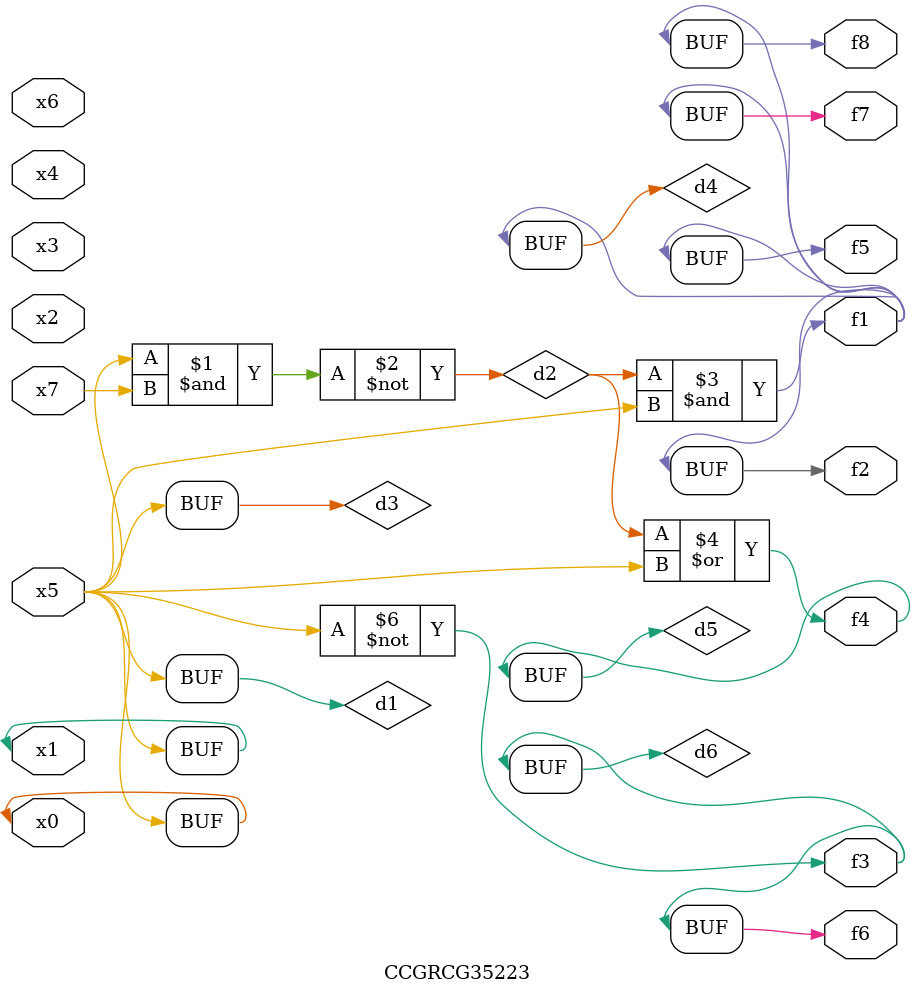
<source format=v>
module CCGRCG35223(
	input x0, x1, x2, x3, x4, x5, x6, x7,
	output f1, f2, f3, f4, f5, f6, f7, f8
);

	wire d1, d2, d3, d4, d5, d6;

	buf (d1, x0, x5);
	nand (d2, x5, x7);
	buf (d3, x0, x1);
	and (d4, d2, d3);
	or (d5, d2, d3);
	nor (d6, d1, d3);
	assign f1 = d4;
	assign f2 = d4;
	assign f3 = d6;
	assign f4 = d5;
	assign f5 = d4;
	assign f6 = d6;
	assign f7 = d4;
	assign f8 = d4;
endmodule

</source>
